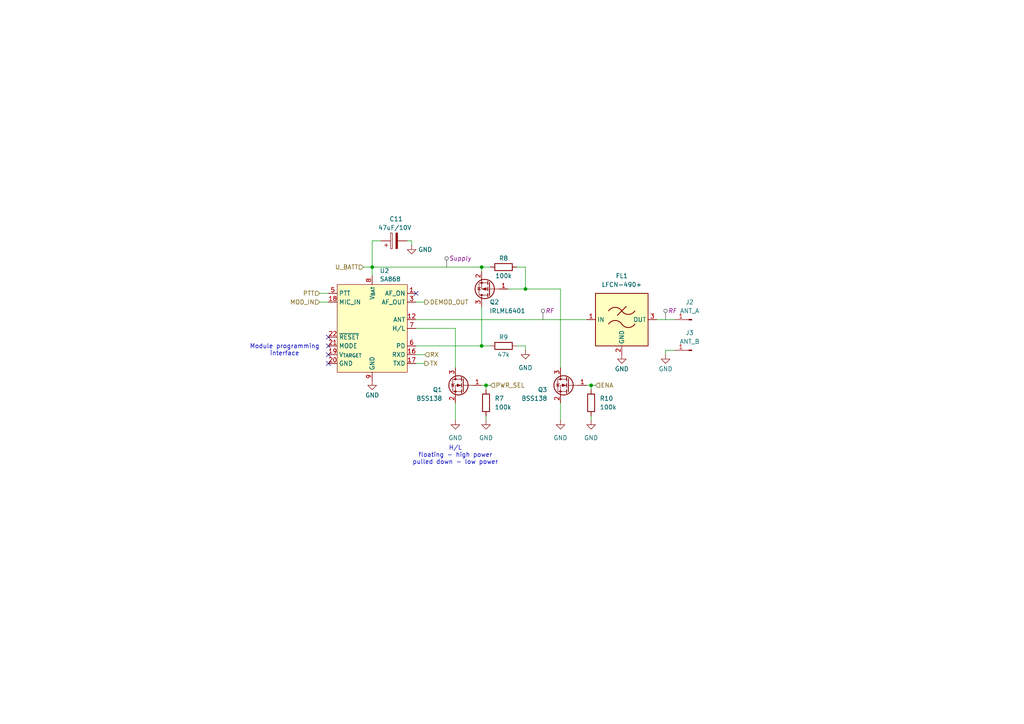
<source format=kicad_sch>
(kicad_sch (version 20250114) (generator "eeschema") (generator_version "9.0")
  (paper "A4")
  (title_block (title "Mainboard replacement for Nokia 3310") (date "29-01-2025") (rev "Rev A") (company "M17 Project") (comment 1 "Wojciech Kaczmarski, SP5WWP"))
  (lib_symbols
    (symbol "Connector:Conn_01x01_Pin" (pin_names (offset 1.016) (hide yes))
      (property "Reference" "J" (at 0 2.54 0))
      (property "Value" "Conn_01x01_Pin" (at 0 -2.54 0))
      (symbol "Conn_01x01_Pin_1_1"
        (rectangle (start 0.8636 0.127) (end 0 -0.127) (stroke (width 0.1524)) (fill (type outline)))
        (polyline (pts (xy 1.27 0) (xy 0.8636 0)) (stroke (width 0.1524)))
        (pin passive line (at 5.08 0 180) (length 3.81) (name "Pin_1") (number "1"))
      )
    )
    (symbol "Device:C_Polarized" (pin_numbers (hide yes)) (pin_names (offset 0.254))
      (property "Reference" "C" (at 0.635 2.54 0))
      (property "Value" "C_Polarized" (at 0.635 -2.54 0))
      (symbol "C_Polarized_0_1"
        (rectangle (start -2.286 0.508) (end 2.286 1.016))
        (polyline (pts (xy -1.778 2.286) (xy -0.762 2.286)))
        (polyline (pts (xy -1.27 2.794) (xy -1.27 1.778)))
        (rectangle (start 2.286 -0.508) (end -2.286 -1.016) (fill (type outline)))
      )
      (symbol "C_Polarized_1_1"
        (pin passive line (at 0 3.81 270) (length 2.794) (name "~") (number "1"))
        (pin passive line (at 0 -3.81 90) (length 2.794) (name "~") (number "2"))
      )
    )
    (symbol "Device:R" (pin_numbers (hide yes)) (pin_names (offset 0))
      (property "Reference" "R" (at 2.032 0 90))
      (property "Value" "R" (at 0 0 90))
      (symbol "R_0_1"
        (rectangle (start -1.016 -2.54) (end 1.016 2.54) (stroke (width 0.254)))
      )
      (symbol "R_1_1"
        (pin passive line (at 0 3.81 270) (length 1.27) (name "~") (number "1"))
        (pin passive line (at 0 -3.81 90) (length 1.27) (name "~") (number "2"))
      )
    )
    (symbol "Parts:SA868"
      (property "Reference" "U?" (at 3.175 -15.24 0))
      (property "Value" "SA868" (at 5.08 -17.78 0))
      (symbol "SA868_1_1"
        (rectangle (start -10.16 11.43) (end 10.16 -13.97) (fill (type background)))
        (pin input line (at -12.7 8.89 0) (length 2.54) (name "PTT") (number "5"))
        (pin input line (at -12.7 6.35 0) (length 2.54) (name "MIC_IN") (number "18"))
        (pin input line (at -12.7 -3.81 0) (length 2.54) (name "~{RESET}") (number "22"))
        (pin bidirectional line (at -12.7 -6.35 0) (length 2.54) (name "MODE") (number "21"))
        (pin power_out line (at -12.7 -8.89 0) (length 2.54) (name "V_{TARGET}") (number "19"))
        (pin power_in line (at -12.7 -11.43 0) (length 2.54) (name "GND") (number "20"))
        (pin power_in line (at 0 13.97 270) (length 2.54) (name "V_{BAT}") (number "8"))
        (pin power_in line (at 0 -16.51 90) (length 2.54) (hide yes) (name "GND") (number "10"))
        (pin power_in line (at 0 -16.51 90) (length 2.54) (name "GND") (number "9"))
        (pin output line (at 12.7 8.89 180) (length 2.54) (name "AF_ON") (number "1"))
        (pin output line (at 12.7 6.35 180) (length 2.54) (name "AF_OUT") (number "3"))
        (pin bidirectional line (at 12.7 1.27 180) (length 2.54) (name "ANT") (number "12"))
        (pin open_collector line (at 12.7 -1.27 180) (length 2.54) (name "H/L") (number "7"))
        (pin input line (at 12.7 -6.35 180) (length 2.54) (name "PD") (number "6"))
        (pin input line (at 12.7 -8.89 180) (length 2.54) (name "RXD") (number "16"))
        (pin output line (at 12.7 -11.43 180) (length 2.54) (name "TXD") (number "17"))
      )
    )
    (symbol "RF_Filter:LFCN-490"
      (property "Reference" "FL" (at 0 10.795 0))
      (property "Value" "LFCN-490" (at 0 8.89 0))
      (symbol "LFCN-490_0_1"
        (rectangle (start -7.62 7.62) (end 7.62 -7.62) (stroke (width 0.254)) (fill (type background)))
        (arc (start -3.81 2.54) (mid -1.905 3.5595) (end 0 2.54) (stroke (width 0.254)))
        (arc (start -3.81 -1.27) (mid -1.905 -0.2505) (end 0 -1.27) (stroke (width 0.254)))
        (polyline (pts (xy -1.27 1.27) (xy 1.27 3.81)) (stroke (width 0.254)))
        (arc (start 3.81 2.54) (mid 1.905 1.5205) (end 0 2.54) (stroke (width 0.254)))
        (arc (start 3.81 -1.27) (mid 1.905 -2.2895) (end 0 -1.27) (stroke (width 0.254)))
      )
      (symbol "LFCN-490_1_1"
        (pin passive line (at -10.16 0 0) (length 2.54) (name "IN") (number "1"))
        (pin passive line (at 0 -10.16 90) (length 2.54) (name "GND") (number "2"))
        (pin passive line (at 0 -10.16 90) (length 2.54) (hide yes) (name "GND") (number "4"))
        (pin passive line (at 10.16 0 180) (length 2.54) (name "OUT") (number "3"))
      )
    )
    (symbol "Transistor_FET:BSS138" (pin_names (hide yes))
      (property "Reference" "Q" (at 5.08 1.905 0))
      (property "Value" "BSS138" (at 5.08 0 0))
      (symbol "BSS138_0_1"
        (polyline (pts (xy 0.254 1.905) (xy 0.254 -1.905)) (stroke (width 0.254)))
        (polyline (pts (xy 0.254 0) (xy -2.54 0)))
        (polyline (pts (xy 0.762 2.286) (xy 0.762 1.27)) (stroke (width 0.254)))
        (polyline (pts (xy 0.762 0.508) (xy 0.762 -0.508)) (stroke (width 0.254)))
        (polyline (pts (xy 0.762 -1.27) (xy 0.762 -2.286)) (stroke (width 0.254)))
        (polyline (pts (xy 0.762 -1.778) (xy 3.302 -1.778) (xy 3.302 1.778) (xy 0.762 1.778)))
        (polyline (pts (xy 1.016 0) (xy 2.032 0.381) (xy 2.032 -0.381) (xy 1.016 0)) (fill (type outline)))
        (circle (center 1.651 0) (radius 2.794) (stroke (width 0.254)))
        (polyline (pts (xy 2.54 2.54) (xy 2.54 1.778)))
        (circle (center 2.54 1.778) (radius 0.254) (fill (type outline)))
        (circle (center 2.54 -1.778) (radius 0.254) (fill (type outline)))
        (polyline (pts (xy 2.54 -2.54) (xy 2.54 0) (xy 0.762 0)))
        (polyline (pts (xy 2.794 0.508) (xy 2.921 0.381) (xy 3.683 0.381) (xy 3.81 0.254)))
        (polyline (pts (xy 3.302 0.381) (xy 2.921 -0.254) (xy 3.683 -0.254) (xy 3.302 0.381)))
      )
      (symbol "BSS138_1_1"
        (pin input line (at -5.08 0 0) (length 2.54) (name "G") (number "1"))
        (pin passive line (at 2.54 5.08 270) (length 2.54) (name "D") (number "3"))
        (pin passive line (at 2.54 -5.08 90) (length 2.54) (name "S") (number "2"))
      )
    )
    (symbol "Transistor_FET:IRLML6401" (pin_names (hide yes))
      (property "Reference" "Q" (at 5.08 1.905 0))
      (property "Value" "IRLML6401" (at 5.08 0 0))
      (symbol "IRLML6401_0_1"
        (polyline (pts (xy 0.254 1.905) (xy 0.254 -1.905)) (stroke (width 0.254)))
        (polyline (pts (xy 0.254 0) (xy -2.54 0)))
        (polyline (pts (xy 0.762 2.286) (xy 0.762 1.27)) (stroke (width 0.254)))
        (polyline (pts (xy 0.762 1.778) (xy 3.302 1.778) (xy 3.302 -1.778) (xy 0.762 -1.778)))
        (polyline (pts (xy 0.762 0.508) (xy 0.762 -0.508)) (stroke (width 0.254)))
        (polyline (pts (xy 0.762 -1.27) (xy 0.762 -2.286)) (stroke (width 0.254)))
        (circle (center 1.651 0) (radius 2.794) (stroke (width 0.254)))
        (polyline (pts (xy 2.286 0) (xy 1.27 0.381) (xy 1.27 -0.381) (xy 2.286 0)) (fill (type outline)))
        (polyline (pts (xy 2.54 2.54) (xy 2.54 1.778)))
        (circle (center 2.54 1.778) (radius 0.254) (fill (type outline)))
        (circle (center 2.54 -1.778) (radius 0.254) (fill (type outline)))
        (polyline (pts (xy 2.54 -2.54) (xy 2.54 0) (xy 0.762 0)))
        (polyline (pts (xy 2.794 -0.508) (xy 2.921 -0.381) (xy 3.683 -0.381) (xy 3.81 -0.254)))
        (polyline (pts (xy 3.302 -0.381) (xy 2.921 0.254) (xy 3.683 0.254) (xy 3.302 -0.381)))
      )
      (symbol "IRLML6401_1_1"
        (pin input line (at -5.08 0 0) (length 2.54) (name "G") (number "1"))
        (pin passive line (at 2.54 5.08 270) (length 2.54) (name "D") (number "3"))
        (pin passive line (at 2.54 -5.08 90) (length 2.54) (name "S") (number "2"))
      )
    )
    (symbol "power:GND" (power) (pin_numbers (hide yes)) (pin_names (offset 0) (hide yes))
      (property "Value" "GND" (at 0 -3.81 0))
      (symbol "GND_0_1"
        (polyline (pts (xy 0 0) (xy 0 -1.27) (xy 1.27 -1.27) (xy 0 -2.54) (xy -1.27 -1.27) (xy 0 -1.27)))
      )
      (symbol "GND_1_1"
        (pin power_in line (at 0 0 270) (length 0) (name "~") (number "1"))
      )
    )
  )
  (text "H/L\nfloating - high power\npulled down - low power" (at 132.08 132.08 0) (effects (font (size 1.27 1.27))))
  (text "Module programming\ninterface" (at 82.55 101.6 0) (effects (font (size 1.27 1.27))))
  (junction (at 107.95 77.47))
  (junction (at 140.97 111.76))
  (junction (at 152.4 83.82))
  (junction (at 139.7 77.47))
  (junction (at 139.7 100.33))
  (junction (at 171.45 111.76))
  (no_connect (at 95.25 100.33))
  (no_connect (at 95.25 105.41))
  (no_connect (at 120.65 85.09))
  (no_connect (at 95.25 102.87))
  (no_connect (at 95.25 97.79))
  (wire (pts (xy 162.56 83.82) (xy 152.4 83.82)))
  (wire (pts (xy 139.7 88.9) (xy 139.7 100.33)))
  (wire (pts (xy 107.95 77.47) (xy 139.7 77.47)))
  (wire (pts (xy 107.95 80.01) (xy 107.95 77.47)))
  (wire (pts (xy 195.58 101.6) (xy 193.04 101.6)))
  (wire (pts (xy 132.08 116.84) (xy 132.08 121.92)))
  (wire (pts (xy 140.97 111.76) (xy 142.24 111.76)))
  (wire (pts (xy 120.65 92.71) (xy 170.18 92.71)))
  (wire (pts (xy 152.4 83.82) (xy 147.32 83.82)))
  (wire (pts (xy 92.71 87.63) (xy 95.25 87.63)))
  (wire (pts (xy 132.08 95.25) (xy 132.08 106.68)))
  (wire (pts (xy 171.45 111.76) (xy 171.45 113.03)))
  (wire (pts (xy 162.56 106.68) (xy 162.56 83.82)))
  (wire (pts (xy 123.19 105.41) (xy 120.65 105.41)))
  (wire (pts (xy 139.7 111.76) (xy 140.97 111.76)))
  (wire (pts (xy 123.19 102.87) (xy 120.65 102.87)))
  (wire (pts (xy 170.18 111.76) (xy 171.45 111.76)))
  (wire (pts (xy 193.04 101.6) (xy 193.04 102.87)))
  (wire (pts (xy 139.7 78.74) (xy 139.7 77.47)))
  (wire (pts (xy 110.49 69.85) (xy 107.95 69.85)))
  (wire (pts (xy 107.95 69.85) (xy 107.95 77.47)))
  (wire (pts (xy 149.86 77.47) (xy 152.4 77.47)))
  (wire (pts (xy 139.7 77.47) (xy 142.24 77.47)))
  (wire (pts (xy 132.08 95.25) (xy 120.65 95.25)))
  (wire (pts (xy 162.56 116.84) (xy 162.56 121.92)))
  (wire (pts (xy 92.71 85.09) (xy 95.25 85.09)))
  (wire (pts (xy 140.97 120.65) (xy 140.97 121.92)))
  (wire (pts (xy 190.5 92.71) (xy 195.58 92.71)))
  (wire (pts (xy 139.7 100.33) (xy 142.24 100.33)))
  (wire (pts (xy 152.4 100.33) (xy 152.4 101.6)))
  (wire (pts (xy 171.45 111.76) (xy 172.72 111.76)))
  (wire (pts (xy 139.7 100.33) (xy 120.65 100.33)))
  (wire (pts (xy 107.95 77.47) (xy 105.41 77.47)))
  (wire (pts (xy 171.45 120.65) (xy 171.45 121.92)))
  (wire (pts (xy 119.38 71.12) (xy 119.38 69.85)))
  (wire (pts (xy 140.97 111.76) (xy 140.97 113.03)))
  (wire (pts (xy 149.86 100.33) (xy 152.4 100.33)))
  (wire (pts (xy 123.19 87.63) (xy 120.65 87.63)))
  (wire (pts (xy 119.38 69.85) (xy 118.11 69.85)))
  (wire (pts (xy 152.4 77.47) (xy 152.4 83.82)))
  (hierarchical_label "TX" (shape output) (at 123.19 105.41 0))
  (hierarchical_label "DEMOD_OUT" (shape output) (at 123.19 87.63 0))
  (hierarchical_label "U_BATT" (shape input) (at 105.41 77.47 180))
  (hierarchical_label "PWR_SEL" (shape input) (at 142.24 111.76 0))
  (hierarchical_label "ENA" (shape input) (at 172.72 111.76 0))
  (hierarchical_label "MOD_IN" (shape input) (at 92.71 87.63 180))
  (hierarchical_label "PTT" (shape input) (at 92.71 85.09 180))
  (hierarchical_label "RX" (shape input) (at 123.19 102.87 0))
  (netclass_flag "" (length 2.54) (shape round) (at 193.04 92.71 0) (property "Netclass" "RF" (at 193.7385 90.17 0) (effects (font (italic yes)) (justify left))))
  (netclass_flag "" (length 2.54) (shape round) (at 157.48 92.71 0) (property "Netclass" "RF" (at 158.1785 90.17 0) (effects (font (italic yes)) (justify left))))
  (netclass_flag "" (length 2.54) (shape round) (at 129.54 77.47 0) (property "Netclass" "Supply" (at 130.2385 74.93 0) (effects (font (italic yes)) (justify left))))
  (symbol (lib_id "power:GND") (at 140.97 121.92 0) (unit 1)
    (property "Reference" "#PWR029" (effects (hide yes)))
    (property "Value" "GND" (at 140.97 127 0))
    (property "Description" "Power symbol creates a global label with name \"GND\" , ground" (effects (hide yes)))
  )
  (symbol (lib_id "power:GND") (at 152.4 101.6 0) (unit 1)
    (property "Reference" "#PWR030" (effects (hide yes)))
    (property "Value" "GND" (at 152.4 106.68 0))
    (property "Description" "Power symbol creates a global label with name \"GND\" , ground" (effects (hide yes)))
  )
  (symbol (lib_id "Connector:Conn_01x01_Pin") (at 200.66 92.71 180) (unit 1) (in_bom no)
    (property "Reference" "J2" (at 200.025 87.63 0))
    (property "Value" "ANT_A" (at 200.025 90.17 0))
    (property "Footprint" "TestPoint:TestPoint_Pad_D1.5mm" (effects (hide yes)))
    (property "Description" "Generic connector, single row, 01x01, script generated" (effects (hide yes)))
  )
  (symbol (lib_id "power:GND") (at 119.38 71.12 0) (unit 1)
    (property "Reference" "#PWR027" (effects (hide yes)))
    (property "Value" "GND" (at 121.285 72.39 0) (effects (justify left)))
    (property "Description" "Power symbol creates a global label with name \"GND\" , ground" (effects (hide yes)))
  )
  (symbol (lib_id "power:GND") (at 180.34 102.87 0) (unit 1)
    (property "Reference" "#PWR033" (effects (hide yes)))
    (property "Value" "GND" (at 180.34 107.0031 0))
    (property "Description" "Power symbol creates a global label with name \"GND\" , ground" (effects (hide yes)))
  )
  (symbol (lib_id "power:GND") (at 193.04 102.87 0) (unit 1)
    (property "Reference" "#PWR034" (effects (hide yes)))
    (property "Value" "GND" (at 193.04 107.0031 0))
    (property "Description" "Power symbol creates a global label with name \"GND\" , ground" (effects (hide yes)))
  )
  (symbol (lib_id "Device:R") (at 146.05 77.47 270) (unit 1)
    (property "Reference" "R8" (at 146.05 74.93 90))
    (property "Value" "100k" (at 146.05 80.01 90))
    (property "Footprint" "Resistor_SMD:R_0402_1005Metric" (effects (hide yes)))
    (property "Description" "Resistor" (effects (hide yes)))
    (property "PN" "603-RC0402JR-13100KL" (effects (hide yes)))
    (property "MPN" "603-RC0402JR-13100KL" (effects (hide yes)))
  )
  (symbol (lib_id "Connector:Conn_01x01_Pin") (at 200.66 101.6 180) (unit 1) (in_bom no)
    (property "Reference" "J3" (at 200.025 96.52 0))
    (property "Value" "ANT_B" (at 200.025 99.06 0))
    (property "Footprint" "TestPoint:TestPoint_Pad_D1.5mm" (effects (hide yes)))
    (property "Description" "Generic connector, single row, 01x01, script generated" (effects (hide yes)))
  )
  (symbol (lib_id "power:GND") (at 171.45 121.92 0) (unit 1)
    (property "Reference" "#PWR032" (effects (hide yes)))
    (property "Value" "GND" (at 171.45 127 0))
    (property "Description" "Power symbol creates a global label with name \"GND\" , ground" (effects (hide yes)))
  )
  (symbol (lib_id "Device:R") (at 171.45 116.84 180) (unit 1)
    (property "Reference" "R10" (at 173.9504 115.5699 0) (effects (justify right)))
    (property "Value" "100k" (at 173.9504 118.1099 0) (effects (justify right)))
    (property "Footprint" "Resistor_SMD:R_0402_1005Metric" (effects (hide yes)))
    (property "Description" "Resistor" (effects (hide yes)))
    (property "PN" "603-RC0402JR-13100KL" (effects (hide yes)))
    (property "MPN" "603-RC0402JR-13100KL" (effects (hide yes)))
  )
  (symbol (lib_id "Transistor_FET:IRLML6401") (at 142.24 83.82 180) (unit 1)
    (property "Reference" "Q2" (at 144.78 87.63 0) (effects (justify left)))
    (property "Value" "IRLML6401" (at 152.4 90.17 0) (effects (justify left)))
    (property "Footprint" "Package_TO_SOT_SMD:SOT-23" (effects (hide yes)))
    (property "Datasheet" "https://www.infineon.com/dgdl/irlml6401pbf.pdf?fileId=5546d462533600a401535668b96d2634" (effects (hide yes)))
    (property "Description" "-4.3A Id, -12V Vds, 50mOhm Rds, P-Channel HEXFET Power MOSFET, SOT-23" (effects (hide yes)))
    (property "MPN" "942-IRLML6401TRPBF" (effects (hide yes)))
    (property "PN" "942-IRLML6401TRPBF" (effects (hide yes)))
  )
  (symbol (lib_id "Parts:SA868") (at 107.95 93.98 0) (unit 1) (in_bom no)
    (property "Reference" "U2" (at 110.1441 78.5325 0) (effects (justify left)))
    (property "Value" "SA868" (at 110.1441 80.9568 0) (effects (justify left)))
    (property "Footprint" "Parts:SA868-VER1.1" (effects (hide yes)))
    (property "Datasheet" "https://site-file.fomillesite.com/1260815565112336386/1564067688514740225.pdf" (effects (hide yes)))
    (property "PN" "SA868S-U" (effects (hide yes)))
    (property "MPN" "SA868S-U" (effects (hide yes)))
  )
  (symbol (lib_id "Device:R") (at 140.97 116.84 180) (unit 1)
    (property "Reference" "R7" (at 143.4704 115.5699 0) (effects (justify right)))
    (property "Value" "100k" (at 143.4704 118.1099 0) (effects (justify right)))
    (property "Footprint" "Resistor_SMD:R_0402_1005Metric" (effects (hide yes)))
    (property "Description" "Resistor" (effects (hide yes)))
    (property "PN" "603-RC0402JR-13100KL" (effects (hide yes)))
    (property "MPN" "603-RC0402JR-13100KL" (effects (hide yes)))
  )
  (symbol (lib_id "power:GND") (at 162.56 121.92 0) (unit 1)
    (property "Reference" "#PWR031" (effects (hide yes)))
    (property "Value" "GND" (at 162.56 127 0))
    (property "Description" "Power symbol creates a global label with name \"GND\" , ground" (effects (hide yes)))
  )
  (symbol (lib_id "power:GND") (at 107.95 110.49 0) (unit 1)
    (property "Reference" "#PWR026" (effects (hide yes)))
    (property "Value" "GND" (at 107.95 114.6231 0))
    (property "Description" "Power symbol creates a global label with name \"GND\" , ground" (effects (hide yes)))
  )
  (symbol (lib_id "power:GND") (at 132.08 121.92 0) (unit 1)
    (property "Reference" "#PWR028" (effects (hide yes)))
    (property "Value" "GND" (at 132.08 127 0))
    (property "Description" "Power symbol creates a global label with name \"GND\" , ground" (effects (hide yes)))
  )
  (symbol (lib_id "Device:R") (at 146.05 100.33 270) (unit 1)
    (property "Reference" "R9" (at 146.05 97.79 90))
    (property "Value" "47k" (at 146.05 102.87 90))
    (property "Footprint" "Resistor_SMD:R_0402_1005Metric" (effects (hide yes)))
    (property "Description" "Resistor" (effects (hide yes)))
    (property "PN" "652-CR0402JW-473GLF" (effects (hide yes)))
    (property "MPN" "652-CR0402JW-473GLF" (effects (hide yes)))
  )
  (symbol (lib_id "Transistor_FET:BSS138") (at 165.1 111.76 0) (mirror y) (unit 1)
    (property "Reference" "Q3" (at 158.75 113.03 0) (effects (justify left)))
    (property "Value" "BSS138" (at 158.75 115.57 0) (effects (justify left)))
    (property "Footprint" "Package_TO_SOT_SMD:SOT-23" (effects (hide yes)))
    (property "Datasheet" "https://www.onsemi.com/pub/Collateral/BSS138-D.PDF" (effects (hide yes)))
    (property "Description" "50V Vds, 0.22A Id, N-Channel MOSFET, SOT-23" (effects (hide yes)))
    (property "MPN" "771-BSS138P215" (effects (hide yes)))
    (property "PN" "771-BSS138P215" (effects (hide yes)))
  )
  (symbol (lib_id "Device:C_Polarized") (at 114.3 69.85 90) (unit 1)
    (property "Reference" "C11" (at 116.84 63.5 90) (effects (justify left)))
    (property "Value" "47uF/10V" (at 119.38 66.04 90) (effects (justify left)))
    (property "Footprint" "Capacitor_Tantalum_SMD:CP_EIA-3528-21_Kemet-B" (effects (hide yes)))
    (property "Description" "Polarized capacitor" (effects (hide yes)))
    (property "PN" "74-293D476X9010B2TE3" (effects (hide yes)))
    (property "MPN" "74-293D476X9010B2TE3" (effects (hide yes)))
  )
  (symbol (lib_id "RF_Filter:LFCN-490") (at 180.34 92.71 0) (unit 1)
    (property "Reference" "FL1" (at 180.34 80.01 0))
    (property "Value" "LFCN-490+" (at 180.34 82.55 0))
    (property "Footprint" "Filter:Filter_Mini-Circuits_FV1206" (effects (hide yes)))
    (property "Datasheet" "https://www.minicircuits.com/pdfs/LFCN-490+.pdf" (effects (hide yes)))
    (property "Description" "490MHz 50 Ohm Passive Low Pass Filter, FV1206" (effects (hide yes)))
    (property "PN" "139-LFCN-490" (effects (hide yes)))
    (property "MPN" "139-LFCN-490" (effects (hide yes)))
  )
  (symbol (lib_id "Transistor_FET:BSS138") (at 134.62 111.76 0) (mirror y) (unit 1)
    (property "Reference" "Q1" (at 128.27 113.03 0) (effects (justify left)))
    (property "Value" "BSS138" (at 128.27 115.57 0) (effects (justify left)))
    (property "Footprint" "Package_TO_SOT_SMD:SOT-23" (effects (hide yes)))
    (property "Datasheet" "https://www.onsemi.com/pub/Collateral/BSS138-D.PDF" (effects (hide yes)))
    (property "Description" "50V Vds, 0.22A Id, N-Channel MOSFET, SOT-23" (effects (hide yes)))
    (property "MPN" "771-BSS138P215" (effects (hide yes)))
    (property "PN" "771-BSS138P215" (effects (hide yes)))
  )
)
</source>
